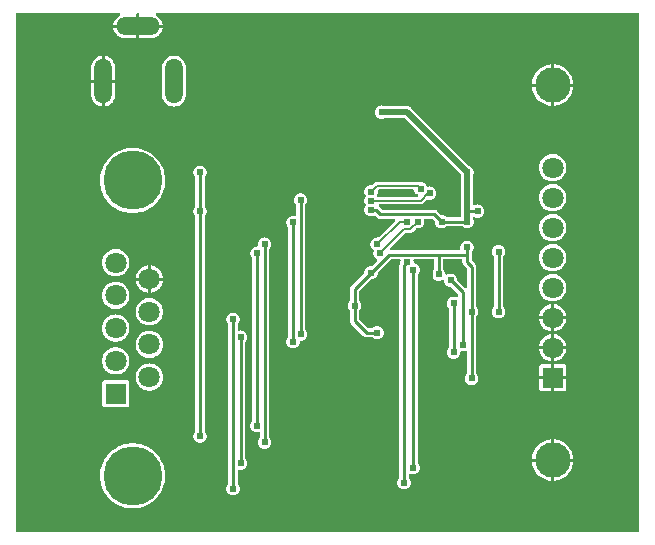
<source format=gbl>
G04 Layer: BottomLayer*
G04 EasyEDA v6.5.32, 2023-07-27 18:43:02*
G04 c15d88bf44794416bd69d8e6bd355938,5a6b42c53f6a479593ecc07194224c93,10*
G04 Gerber Generator version 0.2*
G04 Scale: 100 percent, Rotated: No, Reflected: No *
G04 Dimensions in millimeters *
G04 leading zeros omitted , absolute positions ,4 integer and 5 decimal *
%FSLAX45Y45*%
%MOMM*%

%ADD10C,0.2540*%
%ADD11C,0.1270*%
%ADD12C,0.5000*%
%ADD13R,1.8000X1.8000*%
%ADD14C,1.8000*%
%ADD15C,5.0000*%
%ADD16O,3.6999926000000003X1.499997*%
%ADD17O,1.499997X3.7999924*%
%ADD18C,3.0000*%
%ADD19C,0.6096*%
%ADD20C,0.0111*%

%LPD*%
G36*
X40930068Y25908D02*
G01*
X40926156Y26670D01*
X40922905Y28905D01*
X40920670Y32156D01*
X40919908Y36068D01*
X40919908Y4408932D01*
X40920670Y4412843D01*
X40922905Y4416094D01*
X40926156Y4418330D01*
X40930068Y4419092D01*
X41797782Y4419092D01*
X41802151Y4418076D01*
X41805707Y4415282D01*
X41807638Y4411218D01*
X41807688Y4406747D01*
X41805758Y4402683D01*
X41802253Y4399838D01*
X41795547Y4396536D01*
X41784574Y4389170D01*
X41774668Y4380484D01*
X41765982Y4370578D01*
X41758666Y4359605D01*
X41752824Y4347768D01*
X41748557Y4335272D01*
X41745966Y4321860D01*
X41943324Y4321860D01*
X41943324Y4408932D01*
X41944086Y4412843D01*
X41946271Y4416094D01*
X41949573Y4418330D01*
X41953484Y4419092D01*
X41958564Y4419092D01*
X41962425Y4418330D01*
X41965727Y4416094D01*
X41967962Y4412843D01*
X41968724Y4408932D01*
X41968724Y4321860D01*
X42166082Y4321860D01*
X42163441Y4335272D01*
X42159224Y4347768D01*
X42153382Y4359605D01*
X42146067Y4370578D01*
X42137330Y4380484D01*
X42127424Y4389170D01*
X42116451Y4396536D01*
X42109796Y4399838D01*
X42106291Y4402683D01*
X42104360Y4406747D01*
X42104360Y4411218D01*
X42106342Y4415282D01*
X42109847Y4418076D01*
X42114266Y4419092D01*
X46191932Y4419092D01*
X46195843Y4418330D01*
X46199094Y4416094D01*
X46201330Y4412843D01*
X46202092Y4408932D01*
X46202092Y36068D01*
X46201330Y32156D01*
X46199094Y28905D01*
X46195843Y26670D01*
X46191932Y25908D01*
G37*

%LPC*%
G36*
X42039286Y2052980D02*
G01*
X42039286Y2155342D01*
X41937025Y2155342D01*
X41938194Y2146350D01*
X41941800Y2132228D01*
X41947134Y2118715D01*
X41954145Y2105964D01*
X41962730Y2094179D01*
X41972687Y2083562D01*
X41983863Y2074316D01*
X41996156Y2066493D01*
X42009364Y2060295D01*
X42023182Y2055825D01*
X42037457Y2053082D01*
G37*
G36*
X42760900Y337362D02*
G01*
X42770704Y338226D01*
X42780153Y340766D01*
X42789094Y344881D01*
X42797120Y350520D01*
X42804080Y357479D01*
X42809718Y365506D01*
X42813833Y374446D01*
X42816373Y383895D01*
X42817237Y393700D01*
X42816373Y403504D01*
X42813833Y412953D01*
X42809718Y421893D01*
X42804080Y429920D01*
X42802505Y431495D01*
X42800270Y434797D01*
X42799508Y438708D01*
X42799508Y544931D01*
X42800168Y548538D01*
X42802098Y551688D01*
X42805045Y553974D01*
X42808601Y555040D01*
X42812309Y554736D01*
X42814595Y554126D01*
X42824400Y553262D01*
X42834204Y554126D01*
X42843653Y556666D01*
X42852594Y560781D01*
X42860620Y566420D01*
X42867580Y573379D01*
X42873218Y581406D01*
X42877333Y590346D01*
X42879873Y599795D01*
X42880737Y609600D01*
X42879873Y619404D01*
X42877333Y628853D01*
X42873218Y637794D01*
X42867580Y645820D01*
X42866005Y647395D01*
X42863770Y650697D01*
X42863008Y654608D01*
X42863008Y1631391D01*
X42863770Y1635302D01*
X42866005Y1638604D01*
X42867580Y1640179D01*
X42873218Y1648206D01*
X42877333Y1657146D01*
X42879873Y1666595D01*
X42880737Y1676400D01*
X42879873Y1686204D01*
X42877333Y1695653D01*
X42873218Y1704593D01*
X42867580Y1712620D01*
X42860620Y1719580D01*
X42852594Y1725218D01*
X42843653Y1729333D01*
X42834204Y1731873D01*
X42824400Y1732737D01*
X42814595Y1731873D01*
X42812309Y1731264D01*
X42808601Y1730959D01*
X42805045Y1732025D01*
X42802098Y1734312D01*
X42800168Y1737461D01*
X42799508Y1741068D01*
X42799508Y1783791D01*
X42800270Y1787702D01*
X42802505Y1791004D01*
X42804080Y1792579D01*
X42809718Y1800606D01*
X42813833Y1809546D01*
X42816373Y1818995D01*
X42817237Y1828800D01*
X42816373Y1838604D01*
X42813833Y1848053D01*
X42809718Y1856993D01*
X42804080Y1865020D01*
X42797120Y1871980D01*
X42789094Y1877618D01*
X42780153Y1881733D01*
X42770704Y1884273D01*
X42760900Y1885137D01*
X42751095Y1884273D01*
X42741646Y1881733D01*
X42732706Y1877618D01*
X42724679Y1871980D01*
X42717720Y1865020D01*
X42712081Y1856993D01*
X42707966Y1848053D01*
X42705426Y1838604D01*
X42704562Y1828800D01*
X42705426Y1818995D01*
X42707966Y1809546D01*
X42712081Y1800606D01*
X42717720Y1792579D01*
X42719294Y1791004D01*
X42721530Y1787702D01*
X42722292Y1783791D01*
X42722292Y438708D01*
X42721530Y434797D01*
X42719294Y431495D01*
X42717720Y429920D01*
X42712081Y421893D01*
X42707966Y412953D01*
X42705426Y403504D01*
X42704562Y393700D01*
X42705426Y383895D01*
X42707966Y374446D01*
X42712081Y365506D01*
X42717720Y357479D01*
X42724679Y350520D01*
X42732706Y344881D01*
X42741646Y340766D01*
X42751095Y338226D01*
G37*
G36*
X44208700Y388162D02*
G01*
X44218504Y389026D01*
X44227953Y391566D01*
X44236894Y395681D01*
X44244920Y401320D01*
X44251880Y408279D01*
X44257518Y416306D01*
X44261633Y425246D01*
X44264173Y434695D01*
X44265037Y444500D01*
X44264173Y454304D01*
X44261633Y463753D01*
X44257518Y472693D01*
X44251880Y480720D01*
X44250305Y482295D01*
X44248070Y485597D01*
X44247308Y489508D01*
X44247308Y511149D01*
X44248120Y515112D01*
X44250406Y518464D01*
X44253810Y520649D01*
X44257823Y521309D01*
X44261786Y520344D01*
X44265646Y518566D01*
X44275095Y516026D01*
X44284900Y515162D01*
X44294704Y516026D01*
X44304153Y518566D01*
X44313094Y522681D01*
X44321120Y528320D01*
X44328080Y535279D01*
X44333718Y543306D01*
X44337833Y552246D01*
X44340373Y561695D01*
X44341237Y571500D01*
X44340373Y581304D01*
X44337833Y590753D01*
X44333718Y599694D01*
X44328080Y607720D01*
X44326505Y609295D01*
X44324270Y612597D01*
X44323508Y616508D01*
X44323508Y2202891D01*
X44324270Y2206802D01*
X44326505Y2210104D01*
X44328080Y2211679D01*
X44333718Y2219706D01*
X44337833Y2228646D01*
X44340373Y2238095D01*
X44341237Y2247900D01*
X44340373Y2257704D01*
X44337833Y2267153D01*
X44333718Y2276094D01*
X44328080Y2284120D01*
X44321120Y2291080D01*
X44313094Y2296718D01*
X44304153Y2300833D01*
X44297955Y2302510D01*
X44294247Y2304389D01*
X44291605Y2307488D01*
X44290437Y2311450D01*
X44289573Y2321204D01*
X44288964Y2323490D01*
X44288659Y2327198D01*
X44289726Y2330754D01*
X44292012Y2333701D01*
X44295161Y2335631D01*
X44298768Y2336292D01*
X44452032Y2336292D01*
X44455943Y2335530D01*
X44459194Y2333294D01*
X44461430Y2330043D01*
X44462192Y2326132D01*
X44462192Y2254808D01*
X44461430Y2250897D01*
X44459194Y2247595D01*
X44457620Y2246020D01*
X44451981Y2237994D01*
X44447866Y2229053D01*
X44445326Y2219604D01*
X44444462Y2209800D01*
X44445326Y2199995D01*
X44447866Y2190546D01*
X44451981Y2181606D01*
X44457620Y2173579D01*
X44464579Y2166620D01*
X44472606Y2160981D01*
X44481546Y2156866D01*
X44490995Y2154326D01*
X44500800Y2153462D01*
X44510604Y2154326D01*
X44520053Y2156866D01*
X44528994Y2160981D01*
X44530467Y2162048D01*
X44534378Y2163724D01*
X44538595Y2163622D01*
X44542405Y2161844D01*
X44545199Y2158644D01*
X44546418Y2154631D01*
X44546926Y2149195D01*
X44549466Y2139746D01*
X44553581Y2130806D01*
X44559220Y2122779D01*
X44566179Y2115820D01*
X44574206Y2110181D01*
X44583146Y2106066D01*
X44592595Y2103526D01*
X44600622Y2102815D01*
X44604025Y2101900D01*
X44606921Y2099868D01*
X44662394Y2044395D01*
X44664630Y2041093D01*
X44665392Y2037181D01*
X44665392Y2023160D01*
X44664579Y2019147D01*
X44662293Y2015845D01*
X44658889Y2013661D01*
X44654876Y2013000D01*
X44650914Y2013915D01*
X44647053Y2015743D01*
X44637604Y2018284D01*
X44627800Y2019147D01*
X44617995Y2018284D01*
X44608546Y2015743D01*
X44599606Y2011578D01*
X44591579Y2005939D01*
X44584620Y1999030D01*
X44578981Y1990953D01*
X44574866Y1982063D01*
X44572326Y1972564D01*
X44571462Y1962759D01*
X44572326Y1953006D01*
X44574866Y1943506D01*
X44578981Y1934616D01*
X44584620Y1926539D01*
X44586194Y1924964D01*
X44588430Y1921662D01*
X44589192Y1917801D01*
X44589192Y1594408D01*
X44588430Y1590497D01*
X44586194Y1587195D01*
X44584620Y1585620D01*
X44578981Y1577594D01*
X44574866Y1568653D01*
X44572326Y1559204D01*
X44571462Y1549400D01*
X44572326Y1539595D01*
X44574866Y1530146D01*
X44578981Y1521206D01*
X44584620Y1513179D01*
X44591579Y1506220D01*
X44599606Y1500581D01*
X44608546Y1496466D01*
X44617995Y1493926D01*
X44627800Y1493062D01*
X44637604Y1493926D01*
X44647053Y1496466D01*
X44655994Y1500581D01*
X44664020Y1506220D01*
X44670980Y1513179D01*
X44676618Y1521206D01*
X44680733Y1530146D01*
X44683273Y1539595D01*
X44684035Y1548079D01*
X44685153Y1551889D01*
X44687642Y1554988D01*
X44691096Y1556918D01*
X44695059Y1557324D01*
X44704000Y1556562D01*
X44713804Y1557426D01*
X44723253Y1559966D01*
X44727114Y1561744D01*
X44731076Y1562709D01*
X44735089Y1562049D01*
X44738493Y1559864D01*
X44740779Y1556512D01*
X44741592Y1552549D01*
X44741592Y1372311D01*
X44740830Y1368399D01*
X44738594Y1365097D01*
X44737020Y1363522D01*
X44731381Y1355496D01*
X44727266Y1346555D01*
X44724726Y1337106D01*
X44723862Y1327302D01*
X44724726Y1317498D01*
X44727266Y1308049D01*
X44731381Y1299108D01*
X44737020Y1291082D01*
X44743979Y1284122D01*
X44752006Y1278483D01*
X44760946Y1274368D01*
X44770395Y1271828D01*
X44780200Y1270965D01*
X44790004Y1271828D01*
X44799453Y1274368D01*
X44808394Y1278483D01*
X44816420Y1284122D01*
X44823380Y1291082D01*
X44829018Y1299108D01*
X44833133Y1308049D01*
X44835673Y1317498D01*
X44836537Y1327302D01*
X44835673Y1337106D01*
X44833133Y1346555D01*
X44829018Y1355496D01*
X44823380Y1363522D01*
X44821805Y1365097D01*
X44819570Y1368399D01*
X44818808Y1372311D01*
X44818808Y1847291D01*
X44819570Y1851202D01*
X44821805Y1854504D01*
X44823380Y1856079D01*
X44829018Y1864106D01*
X44833133Y1873046D01*
X44835673Y1882495D01*
X44836537Y1892300D01*
X44835673Y1902104D01*
X44833133Y1911553D01*
X44829018Y1920493D01*
X44823380Y1928520D01*
X44821805Y1930095D01*
X44819570Y1933397D01*
X44818808Y1937308D01*
X44818808Y2272792D01*
X44817995Y2280818D01*
X44815810Y2288032D01*
X44812254Y2294737D01*
X44807124Y2300935D01*
X44783705Y2324404D01*
X44781470Y2327706D01*
X44780708Y2331618D01*
X44780708Y2393391D01*
X44781470Y2397302D01*
X44783705Y2400604D01*
X44785280Y2402179D01*
X44790918Y2410206D01*
X44795033Y2419146D01*
X44797573Y2428595D01*
X44798437Y2438400D01*
X44797573Y2448204D01*
X44795033Y2457653D01*
X44790918Y2466594D01*
X44785280Y2474620D01*
X44778320Y2481580D01*
X44770294Y2487218D01*
X44761353Y2491333D01*
X44751904Y2493873D01*
X44742100Y2494737D01*
X44732295Y2493873D01*
X44722846Y2491333D01*
X44713906Y2487218D01*
X44705879Y2481580D01*
X44698920Y2474620D01*
X44693281Y2466594D01*
X44689166Y2457653D01*
X44686626Y2448204D01*
X44685762Y2438400D01*
X44686626Y2428595D01*
X44687236Y2426309D01*
X44687540Y2422601D01*
X44686474Y2419045D01*
X44684188Y2416098D01*
X44681038Y2414168D01*
X44677431Y2413508D01*
X44101562Y2413508D01*
X44097651Y2414270D01*
X44094349Y2416505D01*
X44092164Y2419756D01*
X44091402Y2423668D01*
X44092164Y2427579D01*
X44094349Y2430830D01*
X44219063Y2555544D01*
X44222365Y2557780D01*
X44226276Y2558542D01*
X44258992Y2558542D01*
X44266205Y2559304D01*
X44272606Y2561386D01*
X44278550Y2564790D01*
X44282614Y2568295D01*
X44309792Y2595473D01*
X44313500Y2597810D01*
X44317869Y2598420D01*
X44323000Y2597962D01*
X44332804Y2598826D01*
X44342253Y2601366D01*
X44351194Y2605481D01*
X44359220Y2611120D01*
X44366180Y2618079D01*
X44371818Y2626106D01*
X44375933Y2635046D01*
X44378473Y2644495D01*
X44379337Y2654300D01*
X44378473Y2664104D01*
X44377864Y2666441D01*
X44377559Y2670149D01*
X44378626Y2673705D01*
X44380861Y2676601D01*
X44384010Y2678582D01*
X44387668Y2679242D01*
X44442481Y2679242D01*
X44446393Y2678480D01*
X44449695Y2676245D01*
X44467068Y2658872D01*
X44469100Y2655976D01*
X44470015Y2652572D01*
X44470726Y2644495D01*
X44473266Y2635046D01*
X44477381Y2626106D01*
X44483020Y2618079D01*
X44489979Y2611120D01*
X44498006Y2605481D01*
X44506946Y2601366D01*
X44516395Y2598826D01*
X44526200Y2597962D01*
X44536004Y2598826D01*
X44545453Y2601366D01*
X44554394Y2605481D01*
X44562420Y2611120D01*
X44563995Y2612694D01*
X44567297Y2614930D01*
X44571158Y2615692D01*
X44697142Y2615692D01*
X44701002Y2614930D01*
X44704304Y2612694D01*
X44705879Y2611120D01*
X44713906Y2605481D01*
X44722846Y2601366D01*
X44732295Y2598826D01*
X44742100Y2597962D01*
X44751904Y2598826D01*
X44761353Y2601366D01*
X44770294Y2605481D01*
X44778320Y2611120D01*
X44785280Y2618079D01*
X44790918Y2626106D01*
X44795033Y2635046D01*
X44797573Y2644495D01*
X44798437Y2654300D01*
X44797573Y2664104D01*
X44795033Y2673553D01*
X44793966Y2675890D01*
X44793001Y2680208D01*
X44793001Y2683052D01*
X44793814Y2687015D01*
X44796100Y2690317D01*
X44799504Y2692501D01*
X44803517Y2693162D01*
X44807479Y2692247D01*
X44811746Y2690266D01*
X44821195Y2687726D01*
X44831000Y2686862D01*
X44840804Y2687726D01*
X44850253Y2690266D01*
X44859194Y2694381D01*
X44867220Y2700020D01*
X44874180Y2706979D01*
X44879818Y2715006D01*
X44883933Y2723946D01*
X44886473Y2733395D01*
X44887337Y2743200D01*
X44886473Y2753004D01*
X44883933Y2762453D01*
X44879818Y2771394D01*
X44874180Y2779420D01*
X44867220Y2786380D01*
X44859194Y2792018D01*
X44850253Y2796133D01*
X44840804Y2798673D01*
X44831000Y2799537D01*
X44821195Y2798673D01*
X44811746Y2796133D01*
X44807479Y2794152D01*
X44803517Y2793238D01*
X44799504Y2793898D01*
X44796100Y2796082D01*
X44793814Y2799384D01*
X44793001Y2803347D01*
X44793001Y3047492D01*
X44793966Y3051810D01*
X44795033Y3054146D01*
X44797573Y3063595D01*
X44798437Y3073400D01*
X44797573Y3083204D01*
X44795033Y3092653D01*
X44790918Y3101594D01*
X44785280Y3109620D01*
X44778320Y3116580D01*
X44770294Y3122218D01*
X44762572Y3125774D01*
X44759676Y3127806D01*
X44270269Y3617264D01*
X44266815Y3620414D01*
X44263310Y3623106D01*
X44259550Y3625494D01*
X44255588Y3627526D01*
X44251524Y3629253D01*
X44247257Y3630574D01*
X44242939Y3631539D01*
X44238519Y3632098D01*
X44233896Y3632301D01*
X44044108Y3632301D01*
X44039790Y3633266D01*
X44037453Y3634333D01*
X44028004Y3636873D01*
X44018200Y3637737D01*
X44008395Y3636873D01*
X43998946Y3634333D01*
X43990006Y3630218D01*
X43981979Y3624579D01*
X43975020Y3617620D01*
X43969381Y3609594D01*
X43965266Y3600653D01*
X43962726Y3591204D01*
X43961862Y3581400D01*
X43962726Y3571595D01*
X43965266Y3562146D01*
X43969381Y3553206D01*
X43975020Y3545179D01*
X43981979Y3538220D01*
X43990006Y3532581D01*
X43998946Y3528466D01*
X44008395Y3525926D01*
X44018200Y3525062D01*
X44028004Y3525926D01*
X44037453Y3528466D01*
X44039790Y3529533D01*
X44044108Y3530498D01*
X44208801Y3530498D01*
X44212713Y3529736D01*
X44215964Y3527501D01*
X44687693Y3055823D01*
X44690233Y3051810D01*
X44691198Y3047492D01*
X44691198Y2703068D01*
X44690436Y2699156D01*
X44688201Y2695854D01*
X44684899Y2693670D01*
X44681038Y2692908D01*
X44571208Y2692908D01*
X44567297Y2693670D01*
X44563995Y2695854D01*
X44562420Y2697480D01*
X44554394Y2703118D01*
X44545453Y2707233D01*
X44536004Y2709773D01*
X44528028Y2710484D01*
X44524625Y2711399D01*
X44521729Y2713431D01*
X44490335Y2744774D01*
X44484137Y2749905D01*
X44477432Y2753461D01*
X44470218Y2755646D01*
X44462192Y2756458D01*
X44025718Y2756458D01*
X44021806Y2757220D01*
X44018504Y2759405D01*
X43995441Y2782519D01*
X43993257Y2785770D01*
X43992444Y2789682D01*
X43993257Y2793593D01*
X43995441Y2796844D01*
X43998743Y2799080D01*
X44002604Y2799842D01*
X44347892Y2799842D01*
X44355105Y2800604D01*
X44361506Y2802686D01*
X44367450Y2806090D01*
X44371514Y2809595D01*
X44400571Y2838653D01*
X44403467Y2840685D01*
X44406870Y2841599D01*
X44410376Y2841294D01*
X44414795Y2840126D01*
X44424600Y2839262D01*
X44434404Y2840126D01*
X44443853Y2842666D01*
X44452794Y2846781D01*
X44460820Y2852420D01*
X44467780Y2859379D01*
X44473418Y2867406D01*
X44477533Y2876346D01*
X44480073Y2885795D01*
X44480937Y2895600D01*
X44480073Y2905404D01*
X44477533Y2914853D01*
X44473418Y2923794D01*
X44467780Y2931820D01*
X44460820Y2938780D01*
X44452794Y2944418D01*
X44443853Y2948533D01*
X44434404Y2951073D01*
X44424600Y2951937D01*
X44414795Y2951073D01*
X44411849Y2950311D01*
X44408344Y2950006D01*
X44404940Y2950921D01*
X44402044Y2952953D01*
X44400012Y2955798D01*
X44397218Y2961894D01*
X44391580Y2969920D01*
X44384620Y2976880D01*
X44376594Y2982518D01*
X44367653Y2986633D01*
X44358204Y2989173D01*
X44348400Y2990037D01*
X44337732Y2989122D01*
X44334430Y2989376D01*
X44328029Y2990951D01*
X44322593Y2991358D01*
X43980608Y2991358D01*
X43973394Y2990596D01*
X43966993Y2988513D01*
X43961050Y2985109D01*
X43956986Y2981604D01*
X43942508Y2967126D01*
X43938799Y2964789D01*
X43934430Y2964180D01*
X43929300Y2964637D01*
X43919495Y2963773D01*
X43910046Y2961233D01*
X43901106Y2957118D01*
X43893079Y2951480D01*
X43886120Y2944520D01*
X43880481Y2936494D01*
X43876366Y2927553D01*
X43873826Y2918104D01*
X43872962Y2908300D01*
X43873826Y2898495D01*
X43876366Y2889046D01*
X43880481Y2880106D01*
X43883376Y2876042D01*
X43885002Y2872232D01*
X43885002Y2868168D01*
X43883376Y2864358D01*
X43880481Y2860294D01*
X43876366Y2851353D01*
X43873826Y2841904D01*
X43872962Y2832100D01*
X43873826Y2822295D01*
X43876366Y2812846D01*
X43880481Y2803906D01*
X43883376Y2799842D01*
X43885002Y2796032D01*
X43885002Y2791968D01*
X43883376Y2788158D01*
X43880481Y2784094D01*
X43876366Y2775153D01*
X43873826Y2765704D01*
X43872962Y2755900D01*
X43873826Y2746095D01*
X43876366Y2736646D01*
X43880481Y2727706D01*
X43886120Y2719679D01*
X43893079Y2712720D01*
X43901106Y2707081D01*
X43910046Y2702966D01*
X43919495Y2700426D01*
X43929300Y2699562D01*
X43939104Y2700426D01*
X43948553Y2702966D01*
X43953887Y2705404D01*
X43957849Y2706370D01*
X43961913Y2705658D01*
X43965368Y2703372D01*
X43977864Y2690876D01*
X43984062Y2685796D01*
X43990768Y2682240D01*
X43997981Y2680004D01*
X44006008Y2679242D01*
X44125388Y2679242D01*
X44129299Y2678480D01*
X44132550Y2676245D01*
X44134786Y2672943D01*
X44135548Y2669082D01*
X44134786Y2665171D01*
X44132550Y2661869D01*
X43993308Y2522626D01*
X43989599Y2520289D01*
X43985230Y2519680D01*
X43980100Y2520137D01*
X43970295Y2519273D01*
X43960846Y2516733D01*
X43951906Y2512618D01*
X43943879Y2506980D01*
X43936920Y2500020D01*
X43931281Y2491994D01*
X43927166Y2483053D01*
X43924626Y2473604D01*
X43923762Y2463800D01*
X43924626Y2453995D01*
X43927166Y2444546D01*
X43931281Y2435606D01*
X43936920Y2427579D01*
X43943879Y2420620D01*
X43948451Y2417419D01*
X43951296Y2414422D01*
X43952668Y2410561D01*
X43952464Y2406497D01*
X43950026Y2397404D01*
X43949162Y2387600D01*
X43950026Y2377795D01*
X43952566Y2368346D01*
X43956681Y2359406D01*
X43962320Y2351379D01*
X43969279Y2344420D01*
X43975426Y2340102D01*
X43978423Y2336850D01*
X43979744Y2332685D01*
X43979185Y2328316D01*
X43976798Y2324608D01*
X43933821Y2281631D01*
X43930925Y2279599D01*
X43927522Y2278684D01*
X43919495Y2277973D01*
X43910046Y2275433D01*
X43901106Y2271318D01*
X43893079Y2265680D01*
X43886120Y2258720D01*
X43880481Y2250694D01*
X43876366Y2241753D01*
X43873826Y2232304D01*
X43873115Y2224278D01*
X43872200Y2220874D01*
X43870168Y2217978D01*
X43762676Y2110435D01*
X43757545Y2104237D01*
X43753989Y2097532D01*
X43751804Y2090318D01*
X43750992Y2082292D01*
X43750992Y1988108D01*
X43750230Y1984197D01*
X43747994Y1980895D01*
X43746420Y1979320D01*
X43740781Y1971293D01*
X43736666Y1962353D01*
X43734126Y1952904D01*
X43733262Y1943100D01*
X43734126Y1933295D01*
X43736666Y1923846D01*
X43740781Y1914906D01*
X43746420Y1906879D01*
X43747994Y1905304D01*
X43750230Y1902002D01*
X43750992Y1898091D01*
X43750992Y1816607D01*
X43751804Y1808581D01*
X43753989Y1801368D01*
X43757545Y1794662D01*
X43762676Y1788464D01*
X43863564Y1687575D01*
X43869762Y1682445D01*
X43876468Y1678889D01*
X43883681Y1676704D01*
X43891708Y1675892D01*
X43935091Y1675892D01*
X43939002Y1675130D01*
X43942304Y1672894D01*
X43943879Y1671320D01*
X43951906Y1665681D01*
X43960846Y1661566D01*
X43970295Y1659026D01*
X43980100Y1658162D01*
X43989904Y1659026D01*
X43999353Y1661566D01*
X44008294Y1665681D01*
X44016320Y1671320D01*
X44023280Y1678279D01*
X44028918Y1686306D01*
X44033033Y1695246D01*
X44035573Y1704695D01*
X44036437Y1714500D01*
X44035573Y1724304D01*
X44033033Y1733753D01*
X44028918Y1742693D01*
X44023280Y1750720D01*
X44016320Y1757680D01*
X44008294Y1763318D01*
X43999353Y1767433D01*
X43989904Y1769973D01*
X43980100Y1770837D01*
X43970295Y1769973D01*
X43960846Y1767433D01*
X43951906Y1763318D01*
X43943879Y1757680D01*
X43942304Y1756105D01*
X43939002Y1753870D01*
X43935091Y1753107D01*
X43911418Y1753107D01*
X43907506Y1753870D01*
X43904204Y1756105D01*
X43831205Y1829104D01*
X43828970Y1832406D01*
X43828208Y1836318D01*
X43828208Y1898091D01*
X43828970Y1902002D01*
X43831205Y1905304D01*
X43832780Y1906879D01*
X43838418Y1914906D01*
X43842533Y1923846D01*
X43845073Y1933295D01*
X43845937Y1943100D01*
X43845073Y1952904D01*
X43842533Y1962353D01*
X43838418Y1971293D01*
X43832780Y1979320D01*
X43831205Y1980895D01*
X43828970Y1984197D01*
X43828208Y1988108D01*
X43828208Y2062581D01*
X43828970Y2066493D01*
X43831205Y2069795D01*
X43924778Y2163368D01*
X43927674Y2165400D01*
X43931078Y2166315D01*
X43939104Y2167026D01*
X43948553Y2169566D01*
X43957494Y2173681D01*
X43965520Y2179320D01*
X43972480Y2186279D01*
X43978118Y2194306D01*
X43982233Y2203246D01*
X43984773Y2212695D01*
X43985484Y2220722D01*
X43986399Y2224125D01*
X43988431Y2227021D01*
X44094704Y2333294D01*
X44098006Y2335530D01*
X44101918Y2336292D01*
X44169431Y2336292D01*
X44173038Y2335631D01*
X44176188Y2333701D01*
X44178474Y2330754D01*
X44179540Y2327198D01*
X44179236Y2323490D01*
X44178626Y2321204D01*
X44177712Y2311196D01*
X44176594Y2307285D01*
X44173089Y2300732D01*
X44170904Y2293518D01*
X44170092Y2285492D01*
X44170092Y489508D01*
X44169330Y485597D01*
X44167094Y482295D01*
X44165520Y480720D01*
X44159881Y472693D01*
X44155766Y463753D01*
X44153226Y454304D01*
X44152362Y444500D01*
X44153226Y434695D01*
X44155766Y425246D01*
X44159881Y416306D01*
X44165520Y408279D01*
X44172479Y401320D01*
X44180506Y395681D01*
X44189446Y391566D01*
X44198895Y389026D01*
G37*
G36*
X45453300Y459587D02*
G01*
X45453300Y622300D01*
X45290740Y622300D01*
X45292213Y607923D01*
X45295921Y590194D01*
X45301408Y572973D01*
X45308672Y556361D01*
X45317562Y540613D01*
X45328078Y525830D01*
X45340016Y512216D01*
X45353325Y499922D01*
X45367803Y489051D01*
X45383348Y479755D01*
X45399756Y472084D01*
X45416825Y466090D01*
X45434453Y461975D01*
G37*
G36*
X45478700Y459790D02*
G01*
X45488606Y460552D01*
X45506386Y463804D01*
X45523810Y468884D01*
X45540574Y475691D01*
X45556525Y484225D01*
X45571562Y494334D01*
X45585481Y505917D01*
X45598130Y518871D01*
X45609357Y533095D01*
X45619060Y548386D01*
X45627188Y564540D01*
X45633538Y581507D01*
X45638161Y599033D01*
X45640955Y616915D01*
X45641260Y622300D01*
X45478700Y622300D01*
G37*
G36*
X41968724Y4208221D02*
G01*
X42065702Y4208221D01*
X42079164Y4209135D01*
X42092118Y4211726D01*
X42104614Y4215942D01*
X42116451Y4221784D01*
X42127424Y4229100D01*
X42137330Y4237837D01*
X42146067Y4247743D01*
X42153382Y4258716D01*
X42159224Y4270552D01*
X42163441Y4283049D01*
X42166082Y4296460D01*
X41968724Y4296460D01*
G37*
G36*
X41846347Y4208221D02*
G01*
X41943324Y4208221D01*
X41943324Y4296460D01*
X41745966Y4296460D01*
X41748557Y4283049D01*
X41752824Y4270552D01*
X41758666Y4258716D01*
X41765982Y4247743D01*
X41774668Y4237837D01*
X41784574Y4229100D01*
X41795547Y4221784D01*
X41807384Y4215942D01*
X41819880Y4211726D01*
X41832834Y4209135D01*
G37*
G36*
X45478700Y647700D02*
G01*
X45641260Y647700D01*
X45640955Y653084D01*
X45638161Y670966D01*
X45633538Y688492D01*
X45627188Y705459D01*
X45619060Y721614D01*
X45609357Y736904D01*
X45598130Y751128D01*
X45585481Y764082D01*
X45571562Y775665D01*
X45556525Y785774D01*
X45540574Y794308D01*
X45523810Y801116D01*
X45506386Y806196D01*
X45488606Y809447D01*
X45478700Y810209D01*
G37*
G36*
X45290740Y647700D02*
G01*
X45453300Y647700D01*
X45453300Y810412D01*
X45434453Y808024D01*
X45416825Y803910D01*
X45399756Y797915D01*
X45383348Y790244D01*
X45367803Y780948D01*
X45353325Y770077D01*
X45340016Y757783D01*
X45328078Y744169D01*
X45317562Y729386D01*
X45308672Y713638D01*
X45301408Y697026D01*
X45295921Y679805D01*
X45292213Y662076D01*
G37*
G36*
X43027600Y731062D02*
G01*
X43037404Y731926D01*
X43046853Y734466D01*
X43055794Y738581D01*
X43063820Y744220D01*
X43070780Y751179D01*
X43076418Y759206D01*
X43080533Y768146D01*
X43083073Y777595D01*
X43083937Y787400D01*
X43083073Y797204D01*
X43080533Y806653D01*
X43076418Y815594D01*
X43070780Y823620D01*
X43069205Y825195D01*
X43066970Y828497D01*
X43066208Y832408D01*
X43066208Y2418791D01*
X43066970Y2422702D01*
X43069205Y2426004D01*
X43070780Y2427579D01*
X43076418Y2435606D01*
X43080533Y2444546D01*
X43083073Y2453995D01*
X43083937Y2463800D01*
X43083073Y2473604D01*
X43080533Y2483053D01*
X43076418Y2491994D01*
X43070780Y2500020D01*
X43063820Y2506980D01*
X43055794Y2512618D01*
X43046853Y2516733D01*
X43037404Y2519273D01*
X43027600Y2520137D01*
X43017795Y2519273D01*
X43008346Y2516733D01*
X42999406Y2512618D01*
X42991379Y2506980D01*
X42984420Y2500020D01*
X42978781Y2491994D01*
X42974666Y2483053D01*
X42972126Y2473604D01*
X42971262Y2463800D01*
X42972024Y2454859D01*
X42971618Y2450896D01*
X42969688Y2447442D01*
X42966589Y2444953D01*
X42962779Y2443835D01*
X42954295Y2443073D01*
X42944846Y2440533D01*
X42935906Y2436418D01*
X42927879Y2430780D01*
X42920920Y2423820D01*
X42915281Y2415794D01*
X42911166Y2406853D01*
X42908626Y2397404D01*
X42907762Y2387600D01*
X42908626Y2377795D01*
X42911166Y2368346D01*
X42915281Y2359406D01*
X42920920Y2351379D01*
X42922494Y2349804D01*
X42924730Y2346502D01*
X42925492Y2342591D01*
X42925492Y972108D01*
X42924730Y968197D01*
X42922494Y964895D01*
X42920920Y963320D01*
X42915281Y955294D01*
X42911166Y946353D01*
X42908626Y936904D01*
X42907762Y927100D01*
X42908626Y917295D01*
X42911166Y907846D01*
X42915281Y898906D01*
X42920920Y890879D01*
X42927879Y883919D01*
X42935906Y878281D01*
X42944846Y874166D01*
X42954295Y871626D01*
X42964100Y870762D01*
X42973904Y871626D01*
X42976190Y872236D01*
X42979898Y872540D01*
X42983454Y871474D01*
X42986401Y869187D01*
X42988331Y866038D01*
X42988992Y862431D01*
X42988992Y832408D01*
X42988230Y828497D01*
X42985994Y825195D01*
X42984420Y823620D01*
X42978781Y815594D01*
X42974666Y806653D01*
X42972126Y797204D01*
X42971262Y787400D01*
X42972126Y777595D01*
X42974666Y768146D01*
X42978781Y759206D01*
X42984420Y751179D01*
X42991379Y744220D01*
X42999406Y738581D01*
X43008346Y734466D01*
X43017795Y731926D01*
G37*
G36*
X42481500Y781862D02*
G01*
X42491304Y782726D01*
X42500753Y785266D01*
X42509694Y789381D01*
X42517720Y795020D01*
X42524680Y801979D01*
X42530318Y810006D01*
X42534433Y818946D01*
X42536973Y828395D01*
X42537837Y838200D01*
X42536973Y848004D01*
X42534433Y857453D01*
X42530318Y866394D01*
X42524680Y874420D01*
X42523105Y875995D01*
X42520870Y879297D01*
X42520108Y883208D01*
X42520108Y2698191D01*
X42520870Y2702102D01*
X42523105Y2705404D01*
X42524680Y2706979D01*
X42530318Y2715006D01*
X42534433Y2723946D01*
X42536973Y2733395D01*
X42537837Y2743200D01*
X42536973Y2753004D01*
X42534433Y2762453D01*
X42530318Y2771394D01*
X42524680Y2779420D01*
X42523105Y2780995D01*
X42520870Y2784297D01*
X42520108Y2788208D01*
X42520108Y3028391D01*
X42520870Y3032302D01*
X42523105Y3035604D01*
X42524680Y3037179D01*
X42530318Y3045206D01*
X42534433Y3054146D01*
X42536973Y3063595D01*
X42537837Y3073400D01*
X42536973Y3083204D01*
X42534433Y3092653D01*
X42530318Y3101594D01*
X42524680Y3109620D01*
X42517720Y3116580D01*
X42509694Y3122218D01*
X42500753Y3126333D01*
X42491304Y3128873D01*
X42481500Y3129737D01*
X42471695Y3128873D01*
X42462246Y3126333D01*
X42453306Y3122218D01*
X42445279Y3116580D01*
X42438320Y3109620D01*
X42432681Y3101594D01*
X42428566Y3092653D01*
X42426026Y3083204D01*
X42425162Y3073400D01*
X42426026Y3063595D01*
X42428566Y3054146D01*
X42432681Y3045206D01*
X42438320Y3037179D01*
X42439894Y3035604D01*
X42442130Y3032302D01*
X42442892Y3028391D01*
X42442892Y2788208D01*
X42442130Y2784297D01*
X42439894Y2780995D01*
X42438320Y2779420D01*
X42432681Y2771394D01*
X42428566Y2762453D01*
X42426026Y2753004D01*
X42425162Y2743200D01*
X42426026Y2733395D01*
X42428566Y2723946D01*
X42432681Y2715006D01*
X42438320Y2706979D01*
X42439894Y2705404D01*
X42442130Y2702102D01*
X42442892Y2698191D01*
X42442892Y883208D01*
X42442130Y879297D01*
X42439894Y875995D01*
X42438320Y874420D01*
X42432681Y866394D01*
X42428566Y857453D01*
X42426026Y848004D01*
X42425162Y838200D01*
X42426026Y828395D01*
X42428566Y818946D01*
X42432681Y810006D01*
X42438320Y801979D01*
X42445279Y795020D01*
X42453306Y789381D01*
X42462246Y785266D01*
X42471695Y782726D01*
G37*
G36*
X41673576Y3856837D02*
G01*
X41761765Y3856837D01*
X41761765Y3958844D01*
X41760902Y3972306D01*
X41758311Y3985260D01*
X41754094Y3997756D01*
X41748252Y4009593D01*
X41740886Y4020565D01*
X41732200Y4030472D01*
X41722294Y4039209D01*
X41711321Y4046524D01*
X41699484Y4052366D01*
X41686988Y4056583D01*
X41673576Y4059224D01*
G37*
G36*
X41678555Y1082649D02*
G01*
X41857422Y1082649D01*
X41863772Y1083360D01*
X41869207Y1085291D01*
X41874135Y1088390D01*
X41878199Y1092454D01*
X41881298Y1097381D01*
X41883177Y1102817D01*
X41883888Y1109167D01*
X41883888Y1287983D01*
X41883177Y1294333D01*
X41881298Y1299768D01*
X41878199Y1304696D01*
X41874135Y1308760D01*
X41869207Y1311859D01*
X41863772Y1313789D01*
X41857422Y1314500D01*
X41678555Y1314500D01*
X41672256Y1313789D01*
X41666769Y1311859D01*
X41661892Y1308760D01*
X41657778Y1304696D01*
X41654730Y1299768D01*
X41652799Y1294333D01*
X41652088Y1287983D01*
X41652088Y1109167D01*
X41652799Y1102817D01*
X41654730Y1097381D01*
X41657778Y1092454D01*
X41661892Y1088390D01*
X41666769Y1085291D01*
X41672256Y1083360D01*
G37*
G36*
X45376592Y1217574D02*
G01*
X45453300Y1217574D01*
X45453300Y1320800D01*
X45350125Y1320800D01*
X45350125Y1244041D01*
X45350836Y1237742D01*
X45352716Y1232306D01*
X45355814Y1227378D01*
X45359878Y1223314D01*
X45364806Y1220216D01*
X45370242Y1218285D01*
G37*
G36*
X45478700Y1217574D02*
G01*
X45555458Y1217574D01*
X45561758Y1218285D01*
X45567244Y1220216D01*
X45572121Y1223314D01*
X45576236Y1227378D01*
X45579284Y1232306D01*
X45581214Y1237742D01*
X45581925Y1244041D01*
X45581925Y1320800D01*
X45478700Y1320800D01*
G37*
G36*
X42051986Y1221181D02*
G01*
X42066514Y1222095D01*
X42080840Y1224788D01*
X42094658Y1229309D01*
X42107815Y1235506D01*
X42120108Y1243279D01*
X42131335Y1252575D01*
X42141292Y1263192D01*
X42149826Y1274978D01*
X42156837Y1287729D01*
X42162222Y1301242D01*
X42165828Y1315313D01*
X42167657Y1329791D01*
X42167657Y1344320D01*
X42165828Y1358747D01*
X42162222Y1372870D01*
X42156837Y1386382D01*
X42149826Y1399133D01*
X42141292Y1410919D01*
X42131335Y1421536D01*
X42120108Y1430832D01*
X42107815Y1438605D01*
X42094658Y1444802D01*
X42080840Y1449324D01*
X42066514Y1452016D01*
X42051986Y1452930D01*
X42037457Y1452016D01*
X42023182Y1449324D01*
X42009364Y1444802D01*
X41996156Y1438605D01*
X41983863Y1430832D01*
X41972687Y1421536D01*
X41962730Y1410919D01*
X41954145Y1399133D01*
X41947134Y1386382D01*
X41941800Y1372870D01*
X41938194Y1358747D01*
X41936365Y1344320D01*
X41936365Y1329791D01*
X41938194Y1315313D01*
X41941800Y1301242D01*
X41947134Y1287729D01*
X41954145Y1274978D01*
X41962730Y1263192D01*
X41972687Y1252575D01*
X41983863Y1243279D01*
X41996156Y1235506D01*
X42009364Y1229309D01*
X42023182Y1224788D01*
X42037457Y1222095D01*
G37*
G36*
X41559937Y3856837D02*
G01*
X41648176Y3856837D01*
X41648176Y4059224D01*
X41634765Y4056583D01*
X41622268Y4052366D01*
X41610432Y4046524D01*
X41599459Y4039209D01*
X41589553Y4030472D01*
X41580816Y4020565D01*
X41573500Y4009593D01*
X41567658Y3997756D01*
X41563442Y3985260D01*
X41560851Y3972306D01*
X41559937Y3958844D01*
G37*
G36*
X45350125Y1346200D02*
G01*
X45453300Y1346200D01*
X45453300Y1449425D01*
X45376592Y1449425D01*
X45370242Y1448714D01*
X45364806Y1446784D01*
X45359878Y1443685D01*
X45355814Y1439621D01*
X45352716Y1434693D01*
X45350836Y1429258D01*
X45350125Y1422908D01*
G37*
G36*
X45478700Y1346200D02*
G01*
X45581925Y1346200D01*
X45581925Y1422908D01*
X45581214Y1429258D01*
X45579284Y1434693D01*
X45576236Y1439621D01*
X45572121Y1443685D01*
X45567244Y1446784D01*
X45561758Y1448714D01*
X45555458Y1449425D01*
X45478700Y1449425D01*
G37*
G36*
X41768014Y1359662D02*
G01*
X41782542Y1360576D01*
X41796817Y1363319D01*
X41810686Y1367790D01*
X41823843Y1373987D01*
X41836136Y1381810D01*
X41847363Y1391056D01*
X41857320Y1401673D01*
X41865854Y1413459D01*
X41872865Y1426210D01*
X41878250Y1439722D01*
X41881856Y1453845D01*
X41883685Y1468272D01*
X41883685Y1482801D01*
X41881856Y1497279D01*
X41878250Y1511350D01*
X41872865Y1524914D01*
X41865854Y1537665D01*
X41857320Y1549400D01*
X41847363Y1560017D01*
X41836136Y1569313D01*
X41823843Y1577086D01*
X41810686Y1583283D01*
X41796817Y1587804D01*
X41782542Y1590497D01*
X41768014Y1591411D01*
X41753485Y1590497D01*
X41739210Y1587804D01*
X41725342Y1583283D01*
X41712184Y1577086D01*
X41699891Y1569313D01*
X41688664Y1560017D01*
X41678707Y1549400D01*
X41670173Y1537665D01*
X41663162Y1524914D01*
X41657778Y1511350D01*
X41654171Y1497279D01*
X41652342Y1482801D01*
X41652342Y1468272D01*
X41654171Y1453845D01*
X41657778Y1439722D01*
X41663162Y1426210D01*
X41670173Y1413459D01*
X41678707Y1401673D01*
X41688664Y1391056D01*
X41699891Y1381810D01*
X41712184Y1373987D01*
X41725342Y1367790D01*
X41739210Y1363319D01*
X41753485Y1360576D01*
G37*
G36*
X45453300Y1472387D02*
G01*
X45453300Y1574800D01*
X45351039Y1574800D01*
X45352157Y1565757D01*
X45355814Y1551686D01*
X45361148Y1538173D01*
X45368159Y1525422D01*
X45376693Y1513636D01*
X45386701Y1503019D01*
X45397877Y1493723D01*
X45410170Y1485950D01*
X45423328Y1479753D01*
X45437196Y1475232D01*
X45451471Y1472539D01*
G37*
G36*
X45478700Y1472387D02*
G01*
X45480528Y1472539D01*
X45494854Y1475232D01*
X45508672Y1479753D01*
X45521829Y1485950D01*
X45534122Y1493723D01*
X45545349Y1503019D01*
X45555306Y1513636D01*
X45563840Y1525422D01*
X45570851Y1538173D01*
X45576236Y1551686D01*
X45579842Y1565757D01*
X45580960Y1574800D01*
X45478700Y1574800D01*
G37*
G36*
X45290740Y3822700D02*
G01*
X45453300Y3822700D01*
X45453300Y3985412D01*
X45434453Y3983024D01*
X45416825Y3978910D01*
X45399756Y3972915D01*
X45383348Y3965244D01*
X45367803Y3955948D01*
X45353325Y3945077D01*
X45340016Y3932783D01*
X45328078Y3919169D01*
X45317562Y3904386D01*
X45308672Y3888638D01*
X45301408Y3872026D01*
X45295921Y3854805D01*
X45292213Y3837076D01*
G37*
G36*
X42051986Y1498193D02*
G01*
X42066514Y1499108D01*
X42080840Y1501800D01*
X42094658Y1506321D01*
X42107815Y1512519D01*
X42120108Y1520291D01*
X42131335Y1529588D01*
X42141292Y1540205D01*
X42149826Y1551990D01*
X42156837Y1564741D01*
X42162222Y1578254D01*
X42165828Y1592326D01*
X42167657Y1606804D01*
X42167657Y1621332D01*
X42165828Y1635760D01*
X42162222Y1649882D01*
X42156837Y1663395D01*
X42149826Y1676146D01*
X42141292Y1687931D01*
X42131335Y1698548D01*
X42120108Y1707794D01*
X42107815Y1715617D01*
X42094658Y1721815D01*
X42080840Y1726285D01*
X42066514Y1729028D01*
X42051986Y1729943D01*
X42037457Y1729028D01*
X42023182Y1726285D01*
X42009364Y1721815D01*
X41996156Y1715617D01*
X41983863Y1707794D01*
X41972687Y1698548D01*
X41962730Y1687931D01*
X41954145Y1676146D01*
X41947134Y1663395D01*
X41941800Y1649882D01*
X41938194Y1635760D01*
X41936365Y1621332D01*
X41936365Y1606804D01*
X41938194Y1592326D01*
X41941800Y1578254D01*
X41947134Y1564741D01*
X41954145Y1551990D01*
X41962730Y1540205D01*
X41972687Y1529588D01*
X41983863Y1520291D01*
X41996156Y1512519D01*
X42009364Y1506321D01*
X42023182Y1501800D01*
X42037457Y1499108D01*
G37*
G36*
X45478700Y3822700D02*
G01*
X45641260Y3822700D01*
X45640955Y3828084D01*
X45638161Y3845966D01*
X45633538Y3863492D01*
X45627188Y3880459D01*
X45619060Y3896614D01*
X45609357Y3911904D01*
X45598130Y3926128D01*
X45585481Y3939082D01*
X45571562Y3950665D01*
X45556525Y3960774D01*
X45540574Y3969308D01*
X45523810Y3976115D01*
X45506386Y3981196D01*
X45488606Y3984447D01*
X45478700Y3985209D01*
G37*
G36*
X43268900Y1581962D02*
G01*
X43278704Y1582826D01*
X43288153Y1585366D01*
X43297094Y1589481D01*
X43305120Y1595120D01*
X43312080Y1602079D01*
X43317718Y1610106D01*
X43321833Y1619046D01*
X43324373Y1628495D01*
X43325084Y1636369D01*
X43325999Y1639773D01*
X43328031Y1642668D01*
X43330926Y1644700D01*
X43334330Y1645615D01*
X43342204Y1646326D01*
X43351653Y1648866D01*
X43360594Y1652981D01*
X43368620Y1658620D01*
X43375580Y1665579D01*
X43381218Y1673606D01*
X43385333Y1682546D01*
X43387873Y1691995D01*
X43388737Y1701800D01*
X43387873Y1711604D01*
X43385333Y1721053D01*
X43381218Y1729993D01*
X43375580Y1738020D01*
X43374005Y1739595D01*
X43371770Y1742897D01*
X43371008Y1746808D01*
X43371008Y2793187D01*
X43371770Y2797098D01*
X43374005Y2800400D01*
X43375580Y2801975D01*
X43381218Y2810002D01*
X43385333Y2818942D01*
X43387873Y2828391D01*
X43388737Y2838196D01*
X43387873Y2848000D01*
X43385333Y2857449D01*
X43381218Y2866390D01*
X43375580Y2874416D01*
X43368620Y2881376D01*
X43360594Y2887014D01*
X43351653Y2891129D01*
X43342204Y2893669D01*
X43332400Y2894533D01*
X43322595Y2893669D01*
X43313146Y2891129D01*
X43304206Y2887014D01*
X43296179Y2881376D01*
X43289220Y2874416D01*
X43283581Y2866390D01*
X43279466Y2857449D01*
X43276926Y2848000D01*
X43276062Y2838196D01*
X43276926Y2828391D01*
X43279466Y2818942D01*
X43283581Y2810002D01*
X43289220Y2801975D01*
X43290794Y2800400D01*
X43293030Y2797098D01*
X43293792Y2793187D01*
X43293792Y2712872D01*
X43293131Y2709265D01*
X43291201Y2706116D01*
X43288254Y2703830D01*
X43284698Y2702763D01*
X43280990Y2703068D01*
X43278704Y2703677D01*
X43268900Y2704541D01*
X43259095Y2703677D01*
X43249646Y2701137D01*
X43240706Y2697022D01*
X43232679Y2691384D01*
X43225720Y2684424D01*
X43220081Y2676398D01*
X43215966Y2667457D01*
X43213426Y2658008D01*
X43212562Y2648204D01*
X43213426Y2638399D01*
X43215966Y2628950D01*
X43220081Y2620010D01*
X43225720Y2611983D01*
X43227294Y2610408D01*
X43229530Y2607106D01*
X43230292Y2603195D01*
X43230292Y1683308D01*
X43229530Y1679397D01*
X43227294Y1676095D01*
X43225720Y1674520D01*
X43220081Y1666493D01*
X43215966Y1657553D01*
X43213426Y1648104D01*
X43212562Y1638300D01*
X43213426Y1628495D01*
X43215966Y1619046D01*
X43220081Y1610106D01*
X43225720Y1602079D01*
X43232679Y1595120D01*
X43240706Y1589481D01*
X43249646Y1585366D01*
X43259095Y1582826D01*
G37*
G36*
X45351039Y1600200D02*
G01*
X45453300Y1600200D01*
X45453300Y1702562D01*
X45451471Y1702460D01*
X45437196Y1699717D01*
X45423328Y1695246D01*
X45410170Y1689049D01*
X45397877Y1681225D01*
X45386701Y1671980D01*
X45376693Y1661363D01*
X45368159Y1649577D01*
X45361148Y1636826D01*
X45355814Y1623314D01*
X45352157Y1609191D01*
G37*
G36*
X45478700Y1600200D02*
G01*
X45580960Y1600200D01*
X45579842Y1609191D01*
X45576236Y1623314D01*
X45570851Y1636826D01*
X45563840Y1649577D01*
X45555306Y1661363D01*
X45545349Y1671980D01*
X45534122Y1681225D01*
X45521829Y1689049D01*
X45508672Y1695246D01*
X45494854Y1699717D01*
X45480528Y1702460D01*
X45478700Y1702562D01*
G37*
G36*
X41768014Y1636674D02*
G01*
X41782542Y1637588D01*
X41796817Y1640332D01*
X41810686Y1644802D01*
X41823843Y1651000D01*
X41836136Y1658823D01*
X41847363Y1668068D01*
X41857320Y1678686D01*
X41865854Y1690471D01*
X41872865Y1703222D01*
X41878250Y1716735D01*
X41881856Y1730857D01*
X41883685Y1745284D01*
X41883685Y1759813D01*
X41881856Y1774291D01*
X41878250Y1788363D01*
X41872865Y1801875D01*
X41865854Y1814677D01*
X41857320Y1826412D01*
X41847363Y1837029D01*
X41836136Y1846325D01*
X41823843Y1854098D01*
X41810686Y1860296D01*
X41796817Y1864817D01*
X41782542Y1867509D01*
X41768014Y1868424D01*
X41753485Y1867509D01*
X41739210Y1864817D01*
X41725342Y1860296D01*
X41712184Y1854098D01*
X41699891Y1846325D01*
X41688664Y1837029D01*
X41678707Y1826412D01*
X41670173Y1814677D01*
X41663162Y1801875D01*
X41657778Y1788363D01*
X41654171Y1774291D01*
X41652342Y1759813D01*
X41652342Y1745284D01*
X41654171Y1730857D01*
X41657778Y1716735D01*
X41663162Y1703222D01*
X41670173Y1690471D01*
X41678707Y1678686D01*
X41688664Y1668068D01*
X41699891Y1658823D01*
X41712184Y1651000D01*
X41725342Y1644802D01*
X41739210Y1640332D01*
X41753485Y1637588D01*
G37*
G36*
X45478700Y3634790D02*
G01*
X45488606Y3635552D01*
X45506386Y3638804D01*
X45523810Y3643884D01*
X45540574Y3650691D01*
X45556525Y3659225D01*
X45571562Y3669334D01*
X45585481Y3680917D01*
X45598130Y3693871D01*
X45609357Y3708095D01*
X45619060Y3723386D01*
X45627188Y3739540D01*
X45633538Y3756507D01*
X45638161Y3774033D01*
X45640955Y3791915D01*
X45641260Y3797300D01*
X45478700Y3797300D01*
G37*
G36*
X45453300Y1726387D02*
G01*
X45453300Y1828800D01*
X45351039Y1828800D01*
X45352157Y1819757D01*
X45355814Y1805686D01*
X45361148Y1792173D01*
X45368159Y1779422D01*
X45376693Y1767636D01*
X45386701Y1757019D01*
X45397877Y1747723D01*
X45410170Y1739950D01*
X45423328Y1733753D01*
X45437196Y1729232D01*
X45451471Y1726539D01*
G37*
G36*
X45478700Y1726387D02*
G01*
X45480528Y1726539D01*
X45494854Y1729232D01*
X45508672Y1733753D01*
X45521829Y1739950D01*
X45534122Y1747723D01*
X45545349Y1757019D01*
X45555306Y1767636D01*
X45563840Y1779422D01*
X45570851Y1792173D01*
X45576236Y1805686D01*
X45579842Y1819757D01*
X45580960Y1828800D01*
X45478700Y1828800D01*
G37*
G36*
X45453300Y3634587D02*
G01*
X45453300Y3797300D01*
X45290740Y3797300D01*
X45292213Y3782923D01*
X45295921Y3765194D01*
X45301408Y3747973D01*
X45308672Y3731361D01*
X45317562Y3715613D01*
X45328078Y3700830D01*
X45340016Y3687216D01*
X45353325Y3674922D01*
X45367803Y3664051D01*
X45383348Y3654755D01*
X45399756Y3647084D01*
X45416825Y3641090D01*
X45434453Y3636975D01*
G37*
G36*
X41648176Y3629101D02*
G01*
X41648176Y3831437D01*
X41559937Y3831437D01*
X41559937Y3729482D01*
X41560851Y3715969D01*
X41563442Y3703065D01*
X41567658Y3690569D01*
X41573500Y3678732D01*
X41580816Y3667760D01*
X41589553Y3657803D01*
X41599459Y3649116D01*
X41610432Y3641801D01*
X41622268Y3635959D01*
X41634765Y3631692D01*
G37*
G36*
X42051986Y1775155D02*
G01*
X42066514Y1776069D01*
X42080840Y1778812D01*
X42094658Y1783283D01*
X42107815Y1789480D01*
X42120108Y1797304D01*
X42131335Y1806549D01*
X42141292Y1817166D01*
X42149826Y1828952D01*
X42156837Y1841703D01*
X42162222Y1855216D01*
X42165828Y1869338D01*
X42167657Y1883765D01*
X42167657Y1898345D01*
X42165828Y1912772D01*
X42162222Y1926843D01*
X42156837Y1940407D01*
X42149826Y1953158D01*
X42141292Y1964893D01*
X42131335Y1975510D01*
X42120108Y1984806D01*
X42107815Y1992579D01*
X42094658Y1998776D01*
X42080840Y2003298D01*
X42066514Y2006041D01*
X42051986Y2006955D01*
X42037457Y2006041D01*
X42023182Y2003298D01*
X42009364Y1998776D01*
X41996156Y1992579D01*
X41983863Y1984806D01*
X41972687Y1975510D01*
X41962730Y1964893D01*
X41954145Y1953158D01*
X41947134Y1940407D01*
X41941800Y1926843D01*
X41938194Y1912772D01*
X41936365Y1898345D01*
X41936365Y1883765D01*
X41938194Y1869338D01*
X41941800Y1855216D01*
X41947134Y1841703D01*
X41954145Y1828952D01*
X41962730Y1817166D01*
X41972687Y1806549D01*
X41983863Y1797304D01*
X41996156Y1789480D01*
X42009364Y1783283D01*
X42023182Y1778812D01*
X42037457Y1776069D01*
G37*
G36*
X45008800Y1835962D02*
G01*
X45018604Y1836826D01*
X45028053Y1839366D01*
X45036994Y1843481D01*
X45045020Y1849120D01*
X45051980Y1856079D01*
X45057618Y1864106D01*
X45061733Y1873046D01*
X45064273Y1882495D01*
X45065137Y1892300D01*
X45064273Y1902104D01*
X45061733Y1911553D01*
X45057618Y1920493D01*
X45051980Y1928520D01*
X45050405Y1930095D01*
X45048170Y1933397D01*
X45047408Y1937308D01*
X45047408Y2355291D01*
X45048170Y2359202D01*
X45050405Y2362504D01*
X45051980Y2364079D01*
X45057618Y2372106D01*
X45061733Y2381046D01*
X45064273Y2390495D01*
X45065137Y2400300D01*
X45064273Y2410104D01*
X45061733Y2419553D01*
X45057618Y2428494D01*
X45051980Y2436520D01*
X45045020Y2443480D01*
X45036994Y2449118D01*
X45028053Y2453233D01*
X45018604Y2455773D01*
X45008800Y2456637D01*
X44998995Y2455773D01*
X44989546Y2453233D01*
X44980606Y2449118D01*
X44972579Y2443480D01*
X44965620Y2436520D01*
X44959981Y2428494D01*
X44955866Y2419553D01*
X44953326Y2410104D01*
X44952462Y2400300D01*
X44953326Y2390495D01*
X44955866Y2381046D01*
X44959981Y2372106D01*
X44965620Y2364079D01*
X44967194Y2362504D01*
X44969430Y2359202D01*
X44970192Y2355291D01*
X44970192Y1937308D01*
X44969430Y1933397D01*
X44967194Y1930095D01*
X44965620Y1928520D01*
X44959981Y1920493D01*
X44955866Y1911553D01*
X44953326Y1902104D01*
X44952462Y1892300D01*
X44953326Y1882495D01*
X44955866Y1873046D01*
X44959981Y1864106D01*
X44965620Y1856079D01*
X44972579Y1849120D01*
X44980606Y1843481D01*
X44989546Y1839366D01*
X44998995Y1836826D01*
G37*
G36*
X45351039Y1854200D02*
G01*
X45453300Y1854200D01*
X45453300Y1956562D01*
X45451471Y1956460D01*
X45437196Y1953717D01*
X45423328Y1949246D01*
X45410170Y1943049D01*
X45397877Y1935225D01*
X45386701Y1925980D01*
X45376693Y1915363D01*
X45368159Y1903577D01*
X45361148Y1890826D01*
X45355814Y1877314D01*
X45352157Y1863191D01*
G37*
G36*
X45478700Y1854200D02*
G01*
X45580960Y1854200D01*
X45579842Y1863191D01*
X45576236Y1877314D01*
X45570851Y1890826D01*
X45563840Y1903577D01*
X45555306Y1915363D01*
X45545349Y1925980D01*
X45534122Y1935225D01*
X45521829Y1943049D01*
X45508672Y1949246D01*
X45494854Y1953717D01*
X45480528Y1956460D01*
X45478700Y1956562D01*
G37*
G36*
X41768014Y1913686D02*
G01*
X41782542Y1914601D01*
X41796817Y1917344D01*
X41810686Y1921814D01*
X41823843Y1928012D01*
X41836136Y1935835D01*
X41847363Y1945081D01*
X41857320Y1955698D01*
X41865854Y1967484D01*
X41872865Y1980234D01*
X41878250Y1993747D01*
X41881856Y2007870D01*
X41883685Y2022297D01*
X41883685Y2036825D01*
X41881856Y2051304D01*
X41878250Y2065375D01*
X41872865Y2078888D01*
X41865854Y2091639D01*
X41857320Y2103424D01*
X41847363Y2114042D01*
X41836136Y2123338D01*
X41823843Y2131110D01*
X41810686Y2137308D01*
X41796817Y2141829D01*
X41782542Y2144522D01*
X41768014Y2145436D01*
X41753485Y2144522D01*
X41739210Y2141829D01*
X41725342Y2137308D01*
X41712184Y2131110D01*
X41699891Y2123338D01*
X41688664Y2114042D01*
X41678707Y2103424D01*
X41670173Y2091639D01*
X41663162Y2078888D01*
X41657778Y2065375D01*
X41654171Y2051304D01*
X41652342Y2036825D01*
X41652342Y2022297D01*
X41654171Y2007870D01*
X41657778Y1993747D01*
X41663162Y1980234D01*
X41670173Y1967484D01*
X41678707Y1955698D01*
X41688664Y1945081D01*
X41699891Y1935835D01*
X41712184Y1928012D01*
X41725342Y1921814D01*
X41739210Y1917344D01*
X41753485Y1914601D01*
G37*
G36*
X45466000Y1979625D02*
G01*
X45480528Y1980539D01*
X45494854Y1983232D01*
X45508672Y1987753D01*
X45521829Y1993950D01*
X45534122Y2001723D01*
X45545349Y2011019D01*
X45555306Y2021636D01*
X45563840Y2033422D01*
X45570851Y2046173D01*
X45576236Y2059686D01*
X45579842Y2073757D01*
X45581671Y2088235D01*
X45581671Y2102764D01*
X45579842Y2117191D01*
X45576236Y2131314D01*
X45570851Y2144826D01*
X45563840Y2157577D01*
X45555306Y2169363D01*
X45545349Y2179980D01*
X45534122Y2189226D01*
X45521829Y2197049D01*
X45508672Y2203246D01*
X45494854Y2207717D01*
X45480528Y2210460D01*
X45466000Y2211374D01*
X45451471Y2210460D01*
X45437196Y2207717D01*
X45423328Y2203246D01*
X45410170Y2197049D01*
X45397877Y2189226D01*
X45386701Y2179980D01*
X45376693Y2169363D01*
X45368159Y2157577D01*
X45361148Y2144826D01*
X45355814Y2131314D01*
X45352157Y2117191D01*
X45350328Y2102764D01*
X45350328Y2088235D01*
X45352157Y2073757D01*
X45355814Y2059686D01*
X45361148Y2046173D01*
X45368159Y2033422D01*
X45376693Y2021636D01*
X45386701Y2011019D01*
X45397877Y2001723D01*
X45410170Y1993950D01*
X45423328Y1987753D01*
X45437196Y1983232D01*
X45451471Y1980539D01*
G37*
G36*
X41673576Y3629101D02*
G01*
X41686988Y3631692D01*
X41699484Y3635959D01*
X41711321Y3641801D01*
X41722294Y3649116D01*
X41732200Y3657803D01*
X41740886Y3667760D01*
X41748252Y3678732D01*
X41754094Y3690569D01*
X41758311Y3703065D01*
X41760902Y3715969D01*
X41761765Y3729482D01*
X41761765Y3831437D01*
X41673576Y3831437D01*
G37*
G36*
X41898417Y226923D02*
G01*
X41921531Y226923D01*
X41944544Y228854D01*
X41967353Y232714D01*
X41989756Y238455D01*
X42011549Y246075D01*
X42032682Y255473D01*
X42052900Y266598D01*
X42072153Y279400D01*
X42090289Y293725D01*
X42107104Y309575D01*
X42122547Y326745D01*
X42136517Y345135D01*
X42148912Y364642D01*
X42159631Y385114D01*
X42168572Y406450D01*
X42175734Y428396D01*
X42181018Y450900D01*
X42184370Y473760D01*
X42185844Y496824D01*
X42185336Y519938D01*
X42182948Y542899D01*
X42178579Y565607D01*
X42172382Y587857D01*
X42164304Y609498D01*
X42154500Y630428D01*
X42142918Y650443D01*
X42129760Y669391D01*
X42115028Y687222D01*
X42098874Y703732D01*
X42081348Y718820D01*
X42062654Y732383D01*
X42042892Y744372D01*
X42022217Y754634D01*
X42000728Y763168D01*
X41978580Y769823D01*
X41955974Y774649D01*
X41933063Y777544D01*
X41910000Y778510D01*
X41886886Y777544D01*
X41863975Y774649D01*
X41841369Y769823D01*
X41819271Y763168D01*
X41797782Y754634D01*
X41777056Y744372D01*
X41757295Y732383D01*
X41738600Y718820D01*
X41721125Y703732D01*
X41704971Y687222D01*
X41690239Y669391D01*
X41677031Y650443D01*
X41665499Y630428D01*
X41655644Y609498D01*
X41647567Y587857D01*
X41641369Y565607D01*
X41637051Y542899D01*
X41634613Y519938D01*
X41634156Y496824D01*
X41635578Y473760D01*
X41638982Y450900D01*
X41644265Y428396D01*
X41651377Y406450D01*
X41660368Y385114D01*
X41671036Y364642D01*
X41683432Y345135D01*
X41697402Y326745D01*
X41712845Y309575D01*
X41729710Y293725D01*
X41747795Y279400D01*
X41767048Y266598D01*
X41787318Y255473D01*
X41808400Y246075D01*
X41830244Y238455D01*
X41852646Y232714D01*
X41875405Y228854D01*
G37*
G36*
X42064686Y2052980D02*
G01*
X42066514Y2053082D01*
X42080840Y2055825D01*
X42094658Y2060295D01*
X42107815Y2066493D01*
X42120108Y2074316D01*
X42131335Y2083562D01*
X42141292Y2094179D01*
X42149826Y2105964D01*
X42156837Y2118715D01*
X42162222Y2132228D01*
X42165828Y2146350D01*
X42166997Y2155342D01*
X42064686Y2155342D01*
G37*
G36*
X42260875Y3628288D02*
G01*
X42274032Y3629151D01*
X42286986Y3631692D01*
X42299483Y3635959D01*
X42311320Y3641801D01*
X42322292Y3649116D01*
X42332198Y3657803D01*
X42340885Y3667760D01*
X42348251Y3678732D01*
X42354093Y3690569D01*
X42358310Y3703065D01*
X42360900Y3715969D01*
X42361764Y3729482D01*
X42361764Y3958844D01*
X42360900Y3972306D01*
X42358310Y3985260D01*
X42354093Y3997756D01*
X42348251Y4009593D01*
X42340885Y4020565D01*
X42332198Y4030472D01*
X42322292Y4039209D01*
X42311320Y4046524D01*
X42299483Y4052366D01*
X42286986Y4056583D01*
X42274032Y4059174D01*
X42260875Y4060037D01*
X42247718Y4059174D01*
X42234764Y4056583D01*
X42222267Y4052366D01*
X42210431Y4046524D01*
X42199458Y4039209D01*
X42189552Y4030472D01*
X42180814Y4020565D01*
X42173499Y4009593D01*
X42167657Y3997756D01*
X42163441Y3985260D01*
X42160850Y3972306D01*
X42159936Y3958844D01*
X42159936Y3729482D01*
X42160850Y3715969D01*
X42163441Y3703065D01*
X42167657Y3690569D01*
X42173499Y3678732D01*
X42180814Y3667760D01*
X42189552Y3657803D01*
X42199458Y3649116D01*
X42210431Y3641801D01*
X42222267Y3635959D01*
X42234764Y3631692D01*
X42247718Y3629151D01*
G37*
G36*
X45466000Y2995625D02*
G01*
X45480528Y2996539D01*
X45494854Y2999232D01*
X45508672Y3003753D01*
X45521829Y3009950D01*
X45534122Y3017723D01*
X45545349Y3027019D01*
X45555306Y3037636D01*
X45563840Y3049422D01*
X45570851Y3062173D01*
X45576236Y3075686D01*
X45579842Y3089757D01*
X45581671Y3104235D01*
X45581671Y3118764D01*
X45579842Y3133191D01*
X45576236Y3147314D01*
X45570851Y3160826D01*
X45563840Y3173577D01*
X45555306Y3185363D01*
X45545349Y3195980D01*
X45534122Y3205226D01*
X45521829Y3213049D01*
X45508672Y3219246D01*
X45494854Y3223717D01*
X45480528Y3226460D01*
X45466000Y3227374D01*
X45451471Y3226460D01*
X45437196Y3223717D01*
X45423328Y3219246D01*
X45410170Y3213049D01*
X45397877Y3205226D01*
X45386701Y3195980D01*
X45376693Y3185363D01*
X45368159Y3173577D01*
X45361148Y3160826D01*
X45355814Y3147314D01*
X45352157Y3133191D01*
X45350328Y3118764D01*
X45350328Y3104235D01*
X45352157Y3089757D01*
X45355814Y3075686D01*
X45361148Y3062173D01*
X45368159Y3049422D01*
X45376693Y3037636D01*
X45386701Y3027019D01*
X45397877Y3017723D01*
X45410170Y3009950D01*
X45423328Y3003753D01*
X45437196Y2999232D01*
X45451471Y2996539D01*
G37*
G36*
X41937025Y2180742D02*
G01*
X42039286Y2180742D01*
X42039286Y2283155D01*
X42037457Y2283053D01*
X42023182Y2280310D01*
X42009364Y2275789D01*
X41996156Y2269591D01*
X41983863Y2261819D01*
X41972687Y2252522D01*
X41962730Y2241905D01*
X41954145Y2230170D01*
X41947134Y2217420D01*
X41941800Y2203856D01*
X41938194Y2189784D01*
G37*
G36*
X42064686Y2180742D02*
G01*
X42166997Y2180742D01*
X42165828Y2189784D01*
X42162222Y2203856D01*
X42156837Y2217420D01*
X42149826Y2230170D01*
X42141292Y2241905D01*
X42131335Y2252522D01*
X42120108Y2261819D01*
X42107815Y2269591D01*
X42094658Y2275789D01*
X42080840Y2280310D01*
X42066514Y2283053D01*
X42064686Y2283155D01*
G37*
G36*
X41767963Y2190699D02*
G01*
X41782492Y2191613D01*
X41796817Y2194306D01*
X41810635Y2198827D01*
X41823792Y2205024D01*
X41836086Y2212797D01*
X41847312Y2222093D01*
X41857269Y2232710D01*
X41865804Y2244496D01*
X41872814Y2257247D01*
X41878199Y2270760D01*
X41881806Y2284882D01*
X41883634Y2299309D01*
X41883634Y2313838D01*
X41881806Y2328265D01*
X41878199Y2342388D01*
X41872814Y2355900D01*
X41865804Y2368651D01*
X41857269Y2380437D01*
X41847312Y2391054D01*
X41836086Y2400350D01*
X41823792Y2408123D01*
X41810635Y2414320D01*
X41796817Y2418842D01*
X41782492Y2421534D01*
X41767963Y2422448D01*
X41753434Y2421534D01*
X41739159Y2418842D01*
X41725342Y2414320D01*
X41712134Y2408123D01*
X41699840Y2400350D01*
X41688664Y2391054D01*
X41678707Y2380437D01*
X41670122Y2368651D01*
X41663112Y2355900D01*
X41657778Y2342388D01*
X41654120Y2328265D01*
X41652342Y2313838D01*
X41652342Y2299309D01*
X41654120Y2284882D01*
X41657778Y2270760D01*
X41663112Y2257247D01*
X41670122Y2244496D01*
X41678707Y2232710D01*
X41688664Y2222093D01*
X41699840Y2212797D01*
X41712134Y2205024D01*
X41725342Y2198827D01*
X41739159Y2194306D01*
X41753434Y2191613D01*
G37*
G36*
X45466000Y2741625D02*
G01*
X45480528Y2742539D01*
X45494854Y2745232D01*
X45508672Y2749753D01*
X45521829Y2755950D01*
X45534122Y2763723D01*
X45545349Y2773019D01*
X45555306Y2783636D01*
X45563840Y2795422D01*
X45570851Y2808173D01*
X45576236Y2821686D01*
X45579842Y2835757D01*
X45581671Y2850235D01*
X45581671Y2864764D01*
X45579842Y2879191D01*
X45576236Y2893314D01*
X45570851Y2906826D01*
X45563840Y2919577D01*
X45555306Y2931363D01*
X45545349Y2941980D01*
X45534122Y2951226D01*
X45521829Y2959049D01*
X45508672Y2965246D01*
X45494854Y2969717D01*
X45480528Y2972460D01*
X45466000Y2973374D01*
X45451471Y2972460D01*
X45437196Y2969717D01*
X45423328Y2965246D01*
X45410170Y2959049D01*
X45397877Y2951226D01*
X45386701Y2941980D01*
X45376693Y2931363D01*
X45368159Y2919577D01*
X45361148Y2906826D01*
X45355814Y2893314D01*
X45352157Y2879191D01*
X45350328Y2864764D01*
X45350328Y2850235D01*
X45352157Y2835757D01*
X45355814Y2821686D01*
X45361148Y2808173D01*
X45368159Y2795422D01*
X45376693Y2783636D01*
X45386701Y2773019D01*
X45397877Y2763723D01*
X45410170Y2755950D01*
X45423328Y2749753D01*
X45437196Y2745232D01*
X45451471Y2742539D01*
G37*
G36*
X45466000Y2233625D02*
G01*
X45480528Y2234539D01*
X45494854Y2237232D01*
X45508672Y2241753D01*
X45521829Y2247950D01*
X45534122Y2255723D01*
X45545349Y2265019D01*
X45555306Y2275636D01*
X45563840Y2287422D01*
X45570851Y2300173D01*
X45576236Y2313686D01*
X45579842Y2327757D01*
X45581671Y2342235D01*
X45581671Y2356764D01*
X45579842Y2371191D01*
X45576236Y2385314D01*
X45570851Y2398826D01*
X45563840Y2411577D01*
X45555306Y2423363D01*
X45545349Y2433980D01*
X45534122Y2443226D01*
X45521829Y2451049D01*
X45508672Y2457246D01*
X45494854Y2461717D01*
X45480528Y2464460D01*
X45466000Y2465374D01*
X45451471Y2464460D01*
X45437196Y2461717D01*
X45423328Y2457246D01*
X45410170Y2451049D01*
X45397877Y2443226D01*
X45386701Y2433980D01*
X45376693Y2423363D01*
X45368159Y2411577D01*
X45361148Y2398826D01*
X45355814Y2385314D01*
X45352157Y2371191D01*
X45350328Y2356764D01*
X45350328Y2342235D01*
X45352157Y2327757D01*
X45355814Y2313686D01*
X45361148Y2300173D01*
X45368159Y2287422D01*
X45376693Y2275636D01*
X45386701Y2265019D01*
X45397877Y2255723D01*
X45410170Y2247950D01*
X45423328Y2241753D01*
X45437196Y2237232D01*
X45451471Y2234539D01*
G37*
G36*
X41898417Y2726944D02*
G01*
X41921531Y2726944D01*
X41944544Y2728874D01*
X41967353Y2732735D01*
X41989756Y2738475D01*
X42011549Y2746095D01*
X42032682Y2755493D01*
X42052900Y2766618D01*
X42072153Y2779369D01*
X42090289Y2793746D01*
X42107104Y2809544D01*
X42122547Y2826715D01*
X42136517Y2845155D01*
X42148912Y2864662D01*
X42159631Y2885135D01*
X42168572Y2906420D01*
X42175734Y2928416D01*
X42181018Y2950921D01*
X42184370Y2973730D01*
X42185844Y2996793D01*
X42185336Y3019907D01*
X42182948Y3042920D01*
X42178579Y3065576D01*
X42172382Y3087827D01*
X42164304Y3109518D01*
X42154500Y3130397D01*
X42142918Y3150412D01*
X42129760Y3169412D01*
X42115028Y3187192D01*
X42098874Y3203702D01*
X42081348Y3218789D01*
X42062654Y3232404D01*
X42042892Y3244342D01*
X42022217Y3254654D01*
X42000728Y3263138D01*
X41978580Y3269843D01*
X41955974Y3274618D01*
X41933063Y3277514D01*
X41910000Y3278479D01*
X41886886Y3277514D01*
X41863975Y3274618D01*
X41841369Y3269843D01*
X41819271Y3263138D01*
X41797782Y3254654D01*
X41777056Y3244342D01*
X41757295Y3232404D01*
X41738600Y3218789D01*
X41721125Y3203702D01*
X41704971Y3187192D01*
X41690239Y3169412D01*
X41677031Y3150412D01*
X41665499Y3130397D01*
X41655644Y3109518D01*
X41647567Y3087827D01*
X41641369Y3065576D01*
X41637051Y3042920D01*
X41634613Y3019907D01*
X41634156Y2996793D01*
X41635578Y2973730D01*
X41638982Y2950921D01*
X41644265Y2928416D01*
X41651377Y2906420D01*
X41660368Y2885135D01*
X41671036Y2864662D01*
X41683432Y2845155D01*
X41697402Y2826715D01*
X41712845Y2809544D01*
X41729710Y2793746D01*
X41747795Y2779369D01*
X41767048Y2766618D01*
X41787318Y2755493D01*
X41808400Y2746095D01*
X41830244Y2738475D01*
X41852646Y2732735D01*
X41875405Y2728874D01*
G37*
G36*
X45466000Y2487625D02*
G01*
X45480528Y2488539D01*
X45494854Y2491232D01*
X45508672Y2495753D01*
X45521829Y2501950D01*
X45534122Y2509723D01*
X45545349Y2519019D01*
X45555306Y2529636D01*
X45563840Y2541422D01*
X45570851Y2554173D01*
X45576236Y2567686D01*
X45579842Y2581757D01*
X45581671Y2596235D01*
X45581671Y2610764D01*
X45579842Y2625191D01*
X45576236Y2639314D01*
X45570851Y2652826D01*
X45563840Y2665577D01*
X45555306Y2677363D01*
X45545349Y2687980D01*
X45534122Y2697226D01*
X45521829Y2705049D01*
X45508672Y2711246D01*
X45494854Y2715717D01*
X45480528Y2718460D01*
X45466000Y2719374D01*
X45451471Y2718460D01*
X45437196Y2715717D01*
X45423328Y2711246D01*
X45410170Y2705049D01*
X45397877Y2697226D01*
X45386701Y2687980D01*
X45376693Y2677363D01*
X45368159Y2665577D01*
X45361148Y2652826D01*
X45355814Y2639314D01*
X45352157Y2625191D01*
X45350328Y2610764D01*
X45350328Y2596235D01*
X45352157Y2581757D01*
X45355814Y2567686D01*
X45361148Y2554173D01*
X45368159Y2541422D01*
X45376693Y2529636D01*
X45386701Y2519019D01*
X45397877Y2509723D01*
X45410170Y2501950D01*
X45423328Y2495753D01*
X45437196Y2491232D01*
X45451471Y2488539D01*
G37*

%LPD*%
G36*
X43986551Y2864358D02*
G01*
X43982589Y2865170D01*
X43979236Y2867507D01*
X43977052Y2870911D01*
X43976442Y2874924D01*
X43977407Y2878886D01*
X43982284Y2889046D01*
X43984773Y2898495D01*
X43985637Y2908300D01*
X43985180Y2913430D01*
X43985789Y2917799D01*
X43988126Y2921508D01*
X43990463Y2923844D01*
X43993765Y2926080D01*
X43997676Y2926842D01*
X44284341Y2926842D01*
X44288608Y2925876D01*
X44292113Y2923235D01*
X44294145Y2919323D01*
X44295466Y2914446D01*
X44299581Y2905506D01*
X44305220Y2897479D01*
X44312179Y2890520D01*
X44320206Y2884881D01*
X44322746Y2883712D01*
X44325895Y2881426D01*
X44327927Y2878124D01*
X44328588Y2874264D01*
X44327775Y2870454D01*
X44325540Y2867253D01*
X44322288Y2865120D01*
X44318428Y2864358D01*
G37*

%LPD*%
G36*
X44731432Y2088794D02*
G01*
X44727520Y2089556D01*
X44724269Y2091740D01*
X44661531Y2154478D01*
X44659499Y2157374D01*
X44658584Y2160778D01*
X44657873Y2168804D01*
X44655333Y2178253D01*
X44651218Y2187194D01*
X44645580Y2195220D01*
X44638620Y2202180D01*
X44630594Y2207818D01*
X44621653Y2211933D01*
X44612204Y2214473D01*
X44602400Y2215337D01*
X44592595Y2214473D01*
X44583146Y2211933D01*
X44574206Y2207818D01*
X44572732Y2206752D01*
X44568821Y2205075D01*
X44564604Y2205177D01*
X44560794Y2206955D01*
X44558000Y2210155D01*
X44556781Y2214168D01*
X44556273Y2219604D01*
X44553733Y2229053D01*
X44549618Y2237994D01*
X44543980Y2246020D01*
X44542405Y2247595D01*
X44540170Y2250897D01*
X44539408Y2254808D01*
X44539408Y2326132D01*
X44540170Y2330043D01*
X44542405Y2333294D01*
X44545656Y2335530D01*
X44549568Y2336292D01*
X44693332Y2336292D01*
X44697243Y2335530D01*
X44700494Y2333294D01*
X44702730Y2330043D01*
X44703492Y2326132D01*
X44703492Y2311958D01*
X44704304Y2303881D01*
X44706489Y2296668D01*
X44710045Y2289962D01*
X44715176Y2283764D01*
X44738594Y2260295D01*
X44740830Y2256993D01*
X44741592Y2253081D01*
X44741592Y2098954D01*
X44740830Y2095042D01*
X44738594Y2091740D01*
X44735343Y2089556D01*
G37*

%LPD*%
D10*
X42481500Y838200D02*
G01*
X42481500Y2743200D01*
X44500800Y2209800D02*
G01*
X44500800Y2374900D01*
D11*
X44348400Y2933700D02*
G01*
X44323000Y2959100D01*
X43980100Y2959100D01*
X43929300Y2908300D01*
D10*
X44831000Y2743200D02*
G01*
X44742100Y2743200D01*
X45008800Y1892300D02*
G01*
X45008800Y2400300D01*
X43789600Y1943100D02*
G01*
X43789600Y1816100D01*
X43891200Y1714500D01*
X43980100Y1714500D01*
X43929300Y2222500D02*
G01*
X44081700Y2374900D01*
X44742100Y2374900D01*
X43929300Y2755943D02*
G01*
X43967400Y2755943D01*
X44005500Y2717843D01*
X44462700Y2717843D01*
X44526200Y2654343D01*
X44742100Y2438400D02*
G01*
X44742100Y2311443D01*
X44526200Y2654287D02*
G01*
X44742100Y2654287D01*
X44742100Y2311400D02*
G01*
X44780200Y2273300D01*
X44780200Y1892300D01*
D11*
X44424600Y2895600D02*
G01*
X44411900Y2895600D01*
X44348400Y2832100D01*
X43929300Y2832100D01*
D10*
X43929300Y2222500D02*
G01*
X43789600Y2082800D01*
X43789600Y1943100D01*
X42824400Y609600D02*
G01*
X42824400Y1676400D01*
X42760900Y393700D02*
G01*
X42760900Y1828800D01*
X44284900Y2247900D02*
G01*
X44284900Y571500D01*
X44234100Y2311400D02*
G01*
X44208700Y2286000D01*
X44208700Y444500D01*
X44780200Y1327304D02*
G01*
X44780200Y1892300D01*
X44602400Y2159000D02*
G01*
X44704000Y2057400D01*
X44704000Y1612900D01*
D11*
X44323000Y2654300D02*
G01*
X44259500Y2590800D01*
X44208700Y2590800D01*
X44005500Y2387600D01*
X44234100Y2654300D02*
G01*
X44170600Y2654300D01*
X43980100Y2463800D01*
D10*
X42964100Y927100D02*
G01*
X42964100Y2387600D01*
X43027600Y787400D02*
G01*
X43027600Y2463800D01*
X42481500Y3073400D02*
G01*
X42481500Y2743200D01*
D12*
X44742100Y3073400D02*
G01*
X44234100Y3581400D01*
X44018200Y3581400D01*
X44742100Y3073400D02*
G01*
X44742100Y2654300D01*
D10*
X43332400Y1701800D02*
G01*
X43332400Y2838195D01*
X43268900Y1638300D02*
G01*
X43268900Y2648204D01*
X44627800Y1962657D02*
G01*
X44627800Y1549400D01*
D13*
G01*
X45466000Y1333500D03*
D14*
G01*
X45466025Y1587500D03*
G01*
X45466025Y1841500D03*
G01*
X45466025Y2095500D03*
G01*
X45466025Y2349500D03*
G01*
X45466025Y2603500D03*
G01*
X45466025Y2857500D03*
G01*
X45466025Y3111500D03*
G01*
X41768003Y1752574D03*
D15*
G01*
X41909964Y502615D03*
D13*
G01*
X41768003Y1198575D03*
D14*
G01*
X41768003Y1475562D03*
G01*
X41768003Y2029561D03*
G01*
X41767978Y2306573D03*
G01*
X42052001Y1337081D03*
G01*
X42052001Y1614068D03*
G01*
X42052001Y1891080D03*
G01*
X42052001Y2168067D03*
D15*
G01*
X41909964Y3002610D03*
D16*
G01*
X41955999Y4309237D03*
D17*
G01*
X41660825Y3844162D03*
G01*
X42260774Y3844162D03*
D18*
G01*
X45466000Y635000D03*
G01*
X45466000Y3810000D03*
D19*
G01*
X44856400Y2070100D03*
G01*
X45110400Y2400300D03*
G01*
X44259500Y2527300D03*
G01*
X44138088Y2063013D03*
G01*
X44704000Y2184400D03*
G01*
X44831000Y2743200D03*
G01*
X45008800Y1892300D03*
G01*
X43789600Y1943100D03*
G01*
X45008800Y2400300D03*
G01*
X43751500Y2971800D03*
G01*
X44424600Y2984500D03*
G01*
X44602400Y2438400D03*
G01*
X44373800Y2438400D03*
G01*
X44373800Y2298700D03*
G01*
X44602400Y2298700D03*
G01*
X44742100Y2438400D03*
G01*
X43929300Y2222500D03*
G01*
X43815000Y2578100D03*
G01*
X44069000Y2777794D03*
G01*
X44323000Y2654300D03*
G01*
X44234100Y2654300D03*
G01*
X43929300Y2755900D03*
G01*
X44056300Y2895600D03*
G01*
X44424600Y2895600D03*
G01*
X44348400Y2933700D03*
G01*
X43929300Y2832100D03*
G01*
X43929300Y2908300D03*
G01*
X44500800Y2209800D03*
G01*
X44526200Y2654300D03*
G01*
X44742100Y3073400D03*
G01*
X44627800Y1962785D03*
G01*
X44602400Y2159000D03*
G01*
X44780200Y1892300D03*
G01*
X43980100Y1714500D03*
G01*
X44742100Y2654300D03*
G01*
X44424600Y2209800D03*
G01*
X44411900Y2654300D03*
G01*
X44526200Y1689100D03*
G01*
X44234100Y2311400D03*
G01*
X44284900Y2247900D03*
G01*
X43700700Y1892300D03*
G01*
X43713400Y2171700D03*
G01*
X42760900Y393700D03*
G01*
X42824400Y609600D03*
G01*
X42824400Y1676400D03*
G01*
X42760900Y1828800D03*
G01*
X44208700Y444500D03*
G01*
X44284900Y571500D03*
G01*
X44780200Y1327302D03*
G01*
X43980100Y2463800D03*
G01*
X44005500Y2387600D03*
G01*
X42964100Y927100D03*
G01*
X42964100Y2387600D03*
G01*
X43027600Y787400D03*
G01*
X43027600Y2463800D03*
G01*
X44704000Y1612900D03*
G01*
X43751500Y3175000D03*
G01*
X42481500Y3073400D03*
G01*
X42481500Y2743200D03*
G01*
X44018200Y3581400D03*
G01*
X43332400Y1701800D03*
G01*
X43332400Y2838195D03*
G01*
X43268900Y1638300D03*
G01*
X43268900Y2648204D03*
G01*
X44627800Y1549400D03*
G01*
X42481500Y838200D03*
G01*
X42392600Y2222500D03*
G01*
X42595800Y2222500D03*
G01*
X42392600Y1282700D03*
G01*
X42608500Y1282700D03*
M02*

</source>
